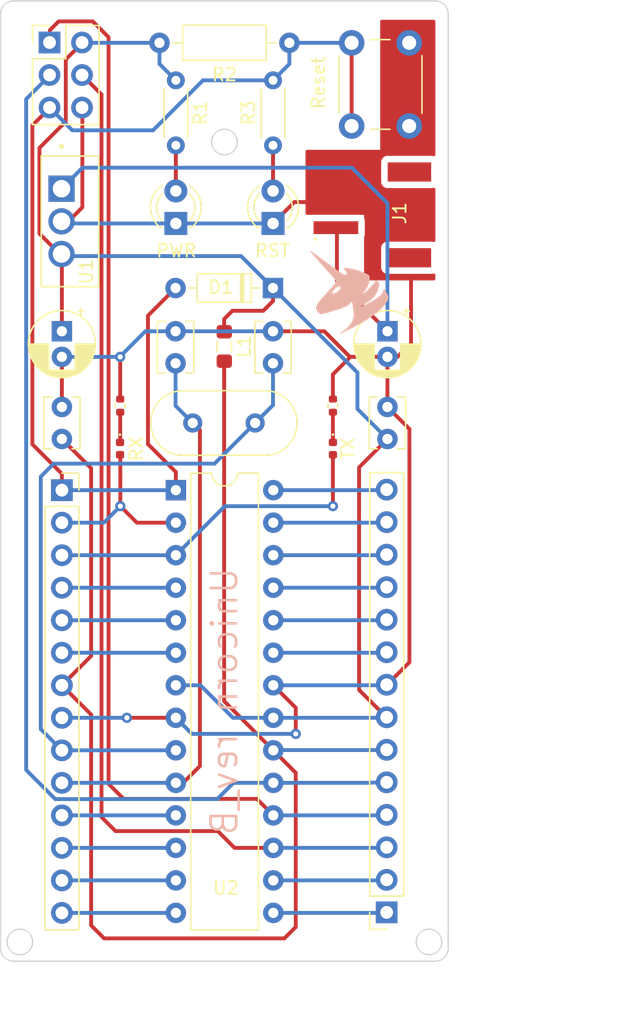
<source format=kicad_pcb>
(kicad_pcb (version 20221018) (generator pcbnew)
  (title_block (title "Unicorn") (date "2023-12-28") (rev "B") (comment 1 "Author: Simone Girardi"))
  (layers (0 "F.Cu" signal) (31 "B.Cu" signal) (34 "B.Paste" user) (35 "F.Paste" user) (36 "B.SilkS" user "B.Silkscreen") (37 "F.SilkS" user "F.Silkscreen") (38 "B.Mask" user) (39 "F.Mask" user) (44 "Edge.Cuts" user))
  (net 0 "")
  (net 1 "Net-(D1-K)")
  (net 2 "GND")
  (net 3 "Net-(D1-A)")
  (net 4 "Net-(J1-Pin_1)")
  (net 5 "Net-(J2-Pin_4)")
  (net 6 "Net-(J2-Pin_3)")
  (net 7 "Net-(LED1-A)")
  (net 8 "Net-(LED2-A)")
  (net 9 "Net-(LED3-K)")
  (net 10 "Net-(LED4-K)")
  (net 11 "Net-(J3-Pin_9)")
  (net 12 "Net-(J3-Pin_10)")
  (net 13 "Net-(J3-Pin_7)")
  (net 14 "Net-(J2-Pin_1)")
  (net 15 "Net-(J3-Pin_2)")
  (net 16 "Net-(J3-Pin_3)")
  (net 17 "Net-(J3-Pin_4)")
  (net 18 "Net-(J3-Pin_5)")
  (net 19 "Net-(J3-Pin_6)")
  (net 20 "Net-(J3-Pin_11)")
  (net 21 "Net-(J3-Pin_12)")
  (net 22 "Net-(J3-Pin_13)")
  (net 23 "Net-(J3-Pin_14)")
  (net 24 "Net-(J4-Pin_1)")
  (net 25 "Net-(J4-Pin_2)")
  (net 26 "Net-(J4-Pin_9)")
  (net 27 "Net-(J4-Pin_10)")
  (net 28 "Net-(J4-Pin_11)")
  (net 29 "Net-(J4-Pin_12)")
  (net 30 "Net-(J4-Pin_13)")
  (net 31 "Net-(J4-Pin_14)")
  (footprint "LED_SMD:LED_0402_1005Metric" (layer "F.Cu") (at 150.735 94.961 -90)
    (fp_text reference "LED3" hide)
    (fp_text value "TX" (at 0 -1.157 90) (layer "F.SilkS"))
    (pad "1" smd roundrect (at -0.485 0 270) (size 0.59 0.64) (layers "F.Cu" "F.Paste" "F.Mask") (net 9 "Net-(LED3-K)"))
    (pad "2" smd roundrect (at 0.485 0 270) (size 0.59 0.64) (layers "F.Cu" "F.Paste" "F.Mask") (net 16 "Net-(J3-Pin_3)"))
  )
  (footprint "Resistor_SMD:R_0402_1005Metric" (layer "F.Cu") (at 150.735 91.61 90)
    (fp_text reference "R4" hide)
    (fp_text value "RB")
    (pad "1" smd roundrect (at -0.51 0 90) (size 0.54 0.64) (layers "F.Cu" "F.Paste" "F.Mask") (net 9 "Net-(LED3-K)"))
    (pad "2" smd roundrect (at 0.51 0 90) (size 0.54 0.64) (layers "F.Cu" "F.Paste" "F.Mask") (net 2 "GND"))
  )
  (footprint "LED_THT:LED_D3.0mm" (layer "F.Cu") (at 138.4525 77.38 90)
    (fp_text reference "LED1" hide)
    (fp_text value "PWR" (at -2.12 0.0475 180) (layer "F.SilkS"))
    (pad "1" thru_hole rect (at 0 0 90) (size 1.8 1.8) (drill 0.9) (layers "*.Cu" "*.Mask") (net 2 "GND"))
    (pad "2" thru_hole circle (at 2.54 0 90) (size 1.8 1.8) (drill 0.9) (layers "*.Cu" "*.Mask") (net 7 "Net-(LED1-A)"))
  )
  (footprint "LED_THT:LED_D3.0mm" (layer "F.Cu") (at 146.0525 77.38 90)
    (fp_text reference "LED2" hide)
    (fp_text value "RST" (at -2.12 -0.0525 180) (layer "F.SilkS"))
    (pad "1" thru_hole rect (at 0 0 90) (size 1.8 1.8) (drill 0.9) (layers "*.Cu" "*.Mask") (net 2 "GND"))
    (pad "2" thru_hole circle (at 2.54 0 90) (size 1.8 1.8) (drill 0.9) (layers "*.Cu" "*.Mask") (net 8 "Net-(LED2-A)"))
  )
  (footprint "Package_DIP:DIP-28_W7.62mm" (layer "F.Cu") (at 138.4525 98.2125)
    (fp_text reference "U2" (at 3.9145 31.0735) (layer "F.SilkS"))
    (fp_text value "ATmega328-P")
    (pad "1" thru_hole rect (at 0 0) (size 1.6 1.6) (drill 0.8) (layers "*.Cu" "*.Mask") (net 3 "Net-(D1-A)"))
    (pad "2" thru_hole oval (at 0 2.54) (size 1.6 1.6) (drill 0.8) (layers "*.Cu" "*.Mask") (net 15 "Net-(J3-Pin_2)"))
    (pad "3" thru_hole oval (at 0 5.08) (size 1.6 1.6) (drill 0.8) (layers "*.Cu" "*.Mask") (net 16 "Net-(J3-Pin_3)"))
    (pad "4" thru_hole oval (at 0 7.62) (size 1.6 1.6) (drill 0.8) (layers "*.Cu" "*.Mask") (net 17 "Net-(J3-Pin_4)"))
    (pad "5" thru_hole oval (at 0 10.16) (size 1.6 1.6) (drill 0.8) (layers "*.Cu" "*.Mask") (net 18 "Net-(J3-Pin_5)"))
    (pad "6" thru_hole oval (at 0 12.7) (size 1.6 1.6) (drill 0.8) (layers "*.Cu" "*.Mask") (net 19 "Net-(J3-Pin_6)"))
    (pad "7" thru_hole oval (at 0 15.24) (size 1.6 1.6) (drill 0.8) (layers "*.Cu" "*.Mask") (net 1 "Net-(D1-K)"))
    (pad "8" thru_hole oval (at 0 17.78) (size 1.6 1.6) (drill 0.8) (layers "*.Cu" "*.Mask") (net 2 "GND"))
    (pad "9" thru_hole oval (at 0 20.32) (size 1.6 1.6) (drill 0.8) (layers "*.Cu" "*.Mask") (net 11 "Net-(J3-Pin_9)"))
    (pad "10" thru_hole oval (at 0 22.86) (size 1.6 1.6) (drill 0.8) (layers "*.Cu" "*.Mask") (net 12 "Net-(J3-Pin_10)"))
    (pad "11" thru_hole oval (at 0 25.4) (size 1.6 1.6) (drill 0.8) (layers "*.Cu" "*.Mask") (net 20 "Net-(J3-Pin_11)"))
    (pad "12" thru_hole oval (at 0 27.94) (size 1.6 1.6) (drill 0.8) (layers "*.Cu" "*.Mask") (net 21 "Net-(J3-Pin_12)"))
    (pad "13" thru_hole oval (at 0 30.48) (size 1.6 1.6) (drill 0.8) (layers "*.Cu" "*.Mask") (net 22 "Net-(J3-Pin_13)"))
    (pad "14" thru_hole oval (at 0 33.02) (size 1.6 1.6) (drill 0.8) (layers "*.Cu" "*.Mask") (net 23 "Net-(J3-Pin_14)"))
    (pad "15" thru_hole oval (at 7.62 33.02) (size 1.6 1.6) (drill 0.8) (layers "*.Cu" "*.Mask") (net 24 "Net-(J4-Pin_1)"))
    (pad "16" thru_hole oval (at 7.62 30.48) (size 1.6 1.6) (drill 0.8) (layers "*.Cu" "*.Mask") (net 25 "Net-(J4-Pin_2)"))
    (pad "17" thru_hole oval (at 7.62 27.94) (size 1.6 1.6) (drill 0.8) (layers "*.Cu" "*.Mask") (net 5 "Net-(J2-Pin_4)"))
    (pad "18" thru_hole oval (at 7.62 25.4) (size 1.6 1.6) (drill 0.8) (layers "*.Cu" "*.Mask") (net 14 "Net-(J2-Pin_1)"))
    (pad "19" thru_hole oval (at 7.62 22.86) (size 1.6 1.6) (drill 0.8) (layers "*.Cu" "*.Mask") (net 6 "Net-(J2-Pin_3)"))
    (pad "20" thru_hole oval (at 7.62 20.32) (size 1.6 1.6) (drill 0.8) (layers "*.Cu" "*.Mask") (net 13 "Net-(J3-Pin_7)"))
    (pad "21" thru_hole oval (at 7.62 17.78) (size 1.6 1.6) (drill 0.8) (layers "*.Cu" "*.Mask") (net 1 "Net-(D1-K)"))
    (pad "22" thru_hole oval (at 7.62 15.24) (size 1.6 1.6) (drill 0.8) (layers "*.Cu" "*.Mask") (net 2 "GND"))
    (pad "23" thru_hole oval (at 7.62 12.7) (size 1.6 1.6) (drill 0.8) (layers "*.Cu" "*.Mask") (net 26 "Net-(J4-Pin_9)"))
    (pad "24" thru_hole oval (at 7.62 10.16) (size 1.6 1.6) (drill 0.8) (layers "*.Cu" "*.Mask") (net 27 "Net-(J4-Pin_10)"))
    (pad "25" thru_hole oval (at 7.62 7.62) (size 1.6 1.6) (drill 0.8) (layers "*.Cu" "*.Mask") (net 28 "Net-(J4-Pin_11)"))
    (pad "26" thru_hole oval (at 7.62 5.08) (size 1.6 1.6) (drill 0.8) (layers "*.Cu" "*.Mask") (net 29 "Net-(J4-Pin_12)"))
    (pad "27" thru_hole oval (at 7.62 2.54) (size 1.6 1.6) (drill 0.8) (layers "*.Cu" "*.Mask") (net 30 "Net-(J4-Pin_13)"))
    (pad "28" thru_hole oval (at 7.62 0) (size 1.6 1.6) (drill 0.8) (layers "*.Cu" "*.Mask") (net 31 "Net-(J4-Pin_14)"))
  )
  (footprint "Capacitor_THT:C_Disc_D3.8mm_W2.6mm_P2.50mm" (layer "F.Cu") (at 138.43 85.8 -90)
    (fp_text reference "C5" hide)
    (fp_text value "22pF")
    (pad "1" thru_hole circle (at 0 0 270) (size 1.6 1.6) (drill 0.8) (layers "*.Cu" "*.Mask") (net 2 "GND"))
    (pad "2" thru_hole circle (at 2.5 0 270) (size 1.6 1.6) (drill 0.8) (layers "*.Cu" "*.Mask") (net 12 "Net-(J3-Pin_10)"))
  )
  (footprint "Resistor_THT:R_Axial_DIN0207_L6.3mm_D2.5mm_P10.16mm_Horizontal" (layer "F.Cu") (at 137.1725 63.27)
    (fp_text reference "R2" (at 5.08 2.48) (layer "F.SilkS"))
    (fp_text value "10K")
    (pad "1" thru_hole circle (at 0 0) (size 1.6 1.6) (drill 0.8) (layers "*.Cu" "*.Mask") (net 1 "Net-(D1-K)"))
    (pad "2" thru_hole oval (at 10.16 0) (size 1.6 1.6) (drill 0.8) (layers "*.Cu" "*.Mask") (net 3 "Net-(D1-A)"))
  )
  (footprint "Resistor_SMD:R_0402_1005Metric" (layer "F.Cu") (at 134.1 91.61 90)
    (fp_text reference "R5" hide)
    (fp_text value "RG")
    (pad "1" smd roundrect (at -0.51 0 90) (size 0.54 0.64) (layers "F.Cu" "F.Paste" "F.Mask") (net 10 "Net-(LED4-K)"))
    (pad "2" smd roundrect (at 0.51 0 90) (size 0.54 0.64) (layers "F.Cu" "F.Paste" "F.Mask") (net 2 "GND"))
  )
  (footprint "Resistor_THT:R_Axial_DIN0204_L3.6mm_D1.6mm_P5.08mm_Horizontal" (layer "F.Cu") (at 138.4525 66.2 -90)
    (fp_text reference "R1" (at 2.54 -1.92 90) (layer "F.SilkS"))
    (fp_text value "330")
    (pad "1" thru_hole circle (at 0 0 270) (size 1.4 1.4) (drill 0.7) (layers "*.Cu" "*.Mask") (net 1 "Net-(D1-K)"))
    (pad "2" thru_hole oval (at 5.08 0 270) (size 1.4 1.4) (drill 0.7) (layers "*.Cu" "*.Mask") (net 7 "Net-(LED1-A)"))
  )
  (footprint "Capacitor_THT:C_Disc_D3.8mm_W2.6mm_P2.50mm" (layer "F.Cu") (at 146.05 88.3 90)
    (fp_text reference "C4" hide)
    (fp_text value "22pF")
    (pad "1" thru_hole circle (at 0 0 90) (size 1.6 1.6) (drill 0.8) (layers "*.Cu" "*.Mask") (net 11 "Net-(J3-Pin_9)"))
    (pad "2" thru_hole circle (at 2.5 0 90) (size 1.6 1.6) (drill 0.8) (layers "*.Cu" "*.Mask") (net 2 "GND"))
  )
  (footprint "JST_S2B-PH-SM4-TB:JST_S2B-PH-SM4-TB" (layer "F.Cu") (at 150.968 76.708 -90)
    (fp_text reference "J1" (at -0.127 -4.988 90) (layer "F.SilkS") (effects (font (size 1.001386 1.001386))))
    (fp_text value "Conn_01x02")
    (pad "1" smd rect (at 1 0 270) (size 1 3.5) (layers "F.Cu" "F.Paste" "F.Mask") (net 4 "Net-(J1-Pin_1)"))
    (pad "2" smd rect (at -1 0 270) (size 1 3.5) (layers "F.Cu" "F.Paste" "F.Mask") (net 2 "GND"))
    (pad "P1" smd rect (at 3.35 -5.75 270) (size 1.5 3.4) (layers "F.Cu" "F.Paste" "F.Mask"))
    (pad "P2" smd rect (at -3.35 -5.75 270) (size 1.5 3.4) (layers "F.Cu" "F.Paste" "F.Mask"))
  )
  (footprint "Connector_PinHeader_2.54mm:PinHeader_2x03_P2.54mm_Vertical" (layer "F.Cu") (at 128.5748 63.246)
    (fp_text reference "J2" hide)
    (fp_text value "SPI" hide)
    (pad "1" thru_hole rect (at 0 0) (size 1.7 1.7) (drill 1) (layers "*.Cu" "*.Mask") (net 14 "Net-(J2-Pin_1)"))
    (pad "2" thru_hole oval (at 2.54 0) (size 1.7 1.7) (drill 1) (layers "*.Cu" "*.Mask") (net 1 "Net-(D1-K)"))
    (pad "3" thru_hole oval (at 0 2.54) (size 1.7 1.7) (drill 1) (layers "*.Cu" "*.Mask") (net 6 "Net-(J2-Pin_3)"))
    (pad "4" thru_hole oval (at 2.54 2.54) (size 1.7 1.7) (drill 1) (layers "*.Cu" "*.Mask") (net 5 "Net-(J2-Pin_4)"))
    (pad "5" thru_hole oval (at 0 5.08) (size 1.7 1.7) (drill 1) (layers "*.Cu" "*.Mask") (net 3 "Net-(D1-A)"))
    (pad "6" thru_hole oval (at 2.54 5.08) (size 1.7 1.7) (drill 1) (layers "*.Cu" "*.Mask") (net 2 "GND"))
  )
  (footprint "Button_Switch_THT:SW_PUSH_6mm" (layer "F.Cu") (at 152.2 69.77 90)
    (fp_text reference "RST1" hide)
    (fp_text value "Reset" (at 3.37 -2.6 270) (layer "F.SilkS"))
    (pad "1" thru_hole circle (at 0 0 180) (size 2 2) (drill 1.1) (layers "*.Cu" "*.Mask") (net 3 "Net-(D1-A)"))
    (pad "1" thru_hole circle (at 6.5 0 180) (size 2 2) (drill 1.1) (layers "*.Cu" "*.Mask") (net 3 "Net-(D1-A)"))
    (pad "2" thru_hole circle (at 0 4.5 180) (size 2 2) (drill 1.1) (layers "*.Cu" "*.Mask") (net 2 "GND"))
    (pad "2" thru_hole circle (at 6.5 4.5 180) (size 2 2) (drill 1.1) (layers "*.Cu" "*.Mask") (net 2 "GND"))
  )
  (footprint "LED_SMD:LED_0402_1005Metric" (layer "F.Cu") (at 134.086 94.961 -90)
    (fp_text reference "LED4" hide)
    (fp_text value "RX" (at 0.023 -1.268 90) (layer "F.SilkS"))
    (pad "1" smd roundrect (at -0.485 0 270) (size 0.59 0.64) (layers "F.Cu" "F.Paste" "F.Mask") (net 10 "Net-(LED4-K)"))
    (pad "2" smd roundrect (at 0.485 0 270) (size 0.59 0.64) (layers "F.Cu" "F.Paste" "F.Mask") (net 15 "Net-(J3-Pin_2)"))
  )
  (footprint "Capacitor_THT:C_Disc_D3.8mm_W2.6mm_P2.50mm" (layer "F.Cu") (at 155 94.214 90)
    (fp_text reference "C3" hide)
    (fp_text value "100nF")
    (pad "1" thru_hole circle (at 0 0 90) (size 1.6 1.6) (drill 0.8) (layers "*.Cu" "*.Mask") (net 1 "Net-(D1-K)"))
    (pad "2" thru_hole circle (at 2.5 0 90) (size 1.6 1.6) (drill 0.8) (layers "*.Cu" "*.Mask") (net 2 "GND"))
  )
  (footprint "Inductor_SMD:L_0805_2012Metric_Pad1.05x1.20mm_HandSolder" (layer "F.Cu") (at 142.24 86.988 -90)
    (fp_text reference "L1" (at 0 -1.55 90) (layer "F.SilkS"))
    (fp_text value "10uH")
    (pad "1" smd roundrect (at -1.15 0 270) (size 1.05 1.2) (layers "F.Cu" "F.Paste" "F.Mask") (roundrect_rratio 0.2380952381) (net 1 "Net-(D1-K)"))
    (pad "2" smd roundrect (at 1.15 0 270) (size 1.05 1.2) (layers "F.Cu" "F.Paste" "F.Mask") (roundrect_rratio 0.2380952381) (net 13 "Net-(J3-Pin_7)"))
  )
  (footprint "Connector_PinSocket_2.54mm:PinSocket_1x14_P2.54mm_Vertical" (layer "F.Cu") (at 154.94 131.191 180)
    (fp_text reference "J4" hide)
    (fp_text value "Conn_01x14_Female")
    (pad "1" thru_hole rect (at 0 0 180) (size 1.7 1.7) (drill 1) (layers "*.Cu" "*.Mask") (net 24 "Net-(J4-Pin_1)"))
    (pad "2" thru_hole oval (at 0 2.54 180) (size 1.7 1.7) (drill 1) (layers "*.Cu" "*.Mask") (net 25 "Net-(J4-Pin_2)"))
    (pad "3" thru_hole oval (at 0 5.08 180) (size 1.7 1.7) (drill 1) (layers "*.Cu" "*.Mask") (net 5 "Net-(J2-Pin_4)"))
    (pad "4" thru_hole oval (at 0 7.62 180) (size 1.7 1.7) (drill 1) (layers "*.Cu" "*.Mask") (net 14 "Net-(J2-Pin_1)"))
    (pad "5" thru_hole oval (at 0 10.16 180) (size 1.7 1.7) (drill 1) (layers "*.Cu" "*.Mask") (net 6 "Net-(J2-Pin_3)"))
    (pad "6" thru_hole oval (at 0 12.7 180) (size 1.7 1.7) (drill 1) (layers "*.Cu" "*.Mask") (net 13 "Net-(J3-Pin_7)"))
    (pad "7" thru_hole oval (at 0 15.24 180) (size 1.7 1.7) (drill 1) (layers "*.Cu" "*.Mask") (net 1 "Net-(D1-K)"))
    (pad "8" thru_hole oval (at 0 17.78 180) (size 1.7 1.7) (drill 1) (layers "*.Cu" "*.Mask") (net 2 "GND"))
    (pad "9" thru_hole oval (at 0 20.32 180) (size 1.7 1.7) (drill 1) (layers "*.Cu" "*.Mask") (net 26 "Net-(J4-Pin_9)"))
    (pad "10" thru_hole oval (at 0 22.86 180) (size 1.7 1.7) (drill 1) (layers "*.Cu" "*.Mask") (net 27 "Net-(J4-Pin_10)"))
    (pad "11" thru_hole oval (at 0 25.4 180) (size 1.7 1.7) (drill 1) (layers "*.Cu" "*.Mask") (net 28 "Net-(J4-Pin_11)"))
    (pad "12" thru_hole oval (at 0 27.94 180) (size 1.7 1.7) (drill 1) (layers "*.Cu" "*.Mask") (net 29 "Net-(J4-Pin_12)"))
    (pad "13" thru_hole oval (at 0 30.48 180) (size 1.7 1.7) (drill 1) (layers "*.Cu" "*.Mask") (net 30 "Net-(J4-Pin_13)"))
    (pad "14" thru_hole oval (at 0 33.02 180) (size 1.7 1.7) (drill 1) (layers "*.Cu" "*.Mask") (net 31 "Net-(J4-Pin_14)"))
  )
  (footprint "Connector_PinSocket_2.54mm:PinSocket_1x14_P2.54mm_Vertical" (layer "F.Cu") (at 129.54 98.2125)
    (fp_text reference "J3" hide)
    (fp_text value "Conn_01x14_Female")
    (pad "1" thru_hole rect (at 0 0) (size 1.7 1.7) (drill 1) (layers "*.Cu" "*.Mask") (net 3 "Net-(D1-A)"))
    (pad "2" thru_hole oval (at 0 2.54) (size 1.7 1.7) (drill 1) (layers "*.Cu" "*.Mask") (net 15 "Net-(J3-Pin_2)"))
    (pad "3" thru_hole oval (at 0 5.08) (size 1.7 1.7) (drill 1) (layers "*.Cu" "*.Mask") (net 16 "Net-(J3-Pin_3)"))
    (pad "4" thru_hole oval (at 0 7.62) (size 1.7 1.7) (drill 1) (layers "*.Cu" "*.Mask") (net 17 "Net-(J3-Pin_4)"))
    (pad "5" thru_hole oval (at 0 10.16) (size 1.7 1.7) (drill 1) (layers "*.Cu" "*.Mask") (net 18 "Net-(J3-Pin_5)"))
    (pad "6" thru_hole oval (at 0 12.7) (size 1.7 1.7) (drill 1) (layers "*.Cu" "*.Mask") (net 19 "Net-(J3-Pin_6)"))
    (pad "7" thru_hole oval (at 0 15.24) (size 1.7 1.7) (drill 1) (layers "*.Cu" "*.Mask") (net 13 "Net-(J3-Pin_7)"))
    (pad "8" thru_hole oval (at 0 17.78) (size 1.7 1.7) (drill 1) (layers "*.Cu" "*.Mask") (net 2 "GND"))
    (pad "9" thru_hole oval (at 0 20.32) (size 1.7 1.7) (drill 1) (layers "*.Cu" "*.Mask") (net 11 "Net-(J3-Pin_9)"))
    (pad "10" thru_hole oval (at 0 22.86) (size 1.7 1.7) (drill 1) (layers "*.Cu" "*.Mask") (net 12 "Net-(J3-Pin_10)"))
    (pad "11" thru_hole oval (at 0 25.4) (size 1.7 1.7) (drill 1) (layers "*.Cu" "*.Mask") (net 20 "Net-(J3-Pin_11)"))
    (pad "12" thru_hole oval (at 0 27.94) (size 1.7 1.7) (drill 1) (layers "*.Cu" "*.Mask") (net 21 "Net-(J3-Pin_12)"))
    (pad "13" thru_hole oval (at 0 30.48) (size 1.7 1.7) (drill 1) (layers "*.Cu" "*.Mask") (net 22 "Net-(J3-Pin_13)"))
    (pad "14" thru_hole oval (at 0 33.02) (size 1.7 1.7) (drill 1) (layers "*.Cu" "*.Mask") (net 23 "Net-(J3-Pin_14)"))
  )
  (footprint "Capacitor_THT:C_Disc_D3.8mm_W2.6mm_P2.50mm" (layer "F.Cu") (at 129.54 91.714 -90)
    (fp_text reference "C6" hide)
    (fp_text value "100nF")
    (pad "1" thru_hole circle (at 0 0 270) (size 1.6 1.6) (drill 0.8) (layers "*.Cu" "*.Mask") (net 2 "GND"))
    (pad "2" thru_hole circle (at 2.5 0 270) (size 1.6 1.6) (drill 0.8) (layers "*.Cu" "*.Mask") (net 13 "Net-(J3-Pin_7)"))
  )
  (footprint "L7805:TO255P1020X450X2000-3" (layer "F.Cu") (at 130.175 77.216 -90)
    (fp_text reference "U1" (at 3.937 -1.27 90) (layer "F.SilkS"))
    (fp_text value "L7805")
    (pad "1" thru_hole rect (at -2.55 0.6625 270) (size 2.055 2.055) (drill 1.37) (layers "*.Cu" "*.Mask") (net 4 "Net-(J1-Pin_1)"))
    (pad "2" thru_hole circle (at 0 0.6625 270) (size 2.055 2.055) (drill 1.37) (layers "*.Cu" "*.Mask") (net 2 "GND"))
    (pad "3" thru_hole circle (at 2.55 0.6625 270) (size 2.055 2.055) (drill 1.37) (layers "*.Cu" "*.Mask") (net 1 "Net-(D1-K)"))
  )
  (footprint "Resistor_THT:R_Axial_DIN0204_L3.6mm_D1.6mm_P5.08mm_Horizontal" (layer "F.Cu") (at 146.0525 71.28 90)
    (fp_text reference "R3" (at 2.54 -1.92 90) (layer "F.SilkS"))
    (fp_text value "330")
    (pad "1" thru_hole circle (at 0 0 90) (size 1.4 1.4) (drill 0.7) (layers "*.Cu" "*.Mask") (net 8 "Net-(LED2-A)"))
    (pad "2" thru_hole oval (at 5.08 0 90) (size 1.4 1.4) (drill 0.7) (layers "*.Cu" "*.Mask") (net 3 "Net-(D1-A)"))
  )
  (footprint "Diode_THT:D_DO-35_SOD27_P7.62mm_Horizontal" (layer "F.Cu") (at 146.05 82.423 180)
    (fp_text reference "D1" (at 4.0765 0.06) (layer "F.SilkS"))
    (fp_text value "1N4148")
    (pad "1" thru_hole rect (at 0 0 180) (size 1.6 1.6) (drill 0.8) (layers "*.Cu" "*.Mask") (net 1 "Net-(D1-K)"))
    (pad "2" thru_hole oval (at 7.62 0 180) (size 1.6 1.6) (drill 0.8) (layers "*.Cu" "*.Mask") (net 3 "Net-(D1-A)"))
  )
  (footprint "Capacitor_THT:CP_Radial_D5.0mm_P2.00mm" (layer "F.Cu") (at 129.54 85.8 -90)
    (fp_text reference "C2" hide)
    (fp_text value "10uF")
    (pad "1" thru_hole rect (at 0 0 270) (size 1.6 1.6) (drill 0.8) (layers "*.Cu" "*.Mask") (net 1 "Net-(D1-K)"))
    (pad "2" thru_hole circle (at 2 0 270) (size 1.6 1.6) (drill 0.8) (layers "*.Cu" "*.Mask") (net 2 "GND"))
  )
  (footprint "Crystal:Crystal_HC49-4H_Vertical" (layer "F.Cu") (at 144.653 92.964 180)
    (fp_text reference "Crystal1" hide)
    (fp_text value "16MHz")
    (pad "1" thru_hole circle (at 0 0 180) (size 1.5 1.5) (drill 0.8) (layers "*.Cu" "*.Mask") (net 11 "Net-(J3-Pin_9)"))
    (pad "2" thru_hole circle (at 4.88 0 180) (size 1.5 1.5) (drill 0.8) (layers "*.Cu" "*.Mask") (net 12 "Net-(J3-Pin_10)"))
  )
  (footprint "logos:silk_logo" (layer "F.Cu") (at 151.943981 83.163551)
    (fp_text reference "G***" hide)
    (fp_text value "LOGO" hide)
  )
  (footprint "Capacitor_THT:CP_Radial_D5.0mm_P2.00mm" (layer "F.Cu") (at 155 85.8 -90)
    (fp_text reference "C1" hide)
    (fp_text value "100uF")
    (pad "1" thru_hole rect (at 0 0 270) (size 1.6 1.6) (drill 0.8) (layers "*.Cu" "*.Mask") (net 4 "Net-(J1-Pin_1)"))
    (pad "2" thru_hole circle (at 2 0 270) (size 1.6 1.6) (drill 0.8) (layers "*.Cu" "*.Mask") (net 2 "GND"))
  )
  (gr_line (start 159.75 134) (end 159.75 61) (stroke (width 0.1)) (layer "Edge.Cuts"))
  (gr_circle (center 158.2479 133.5) (end 159.2479 133.5) (stroke (width 0.1)) (fill none) (layer "Edge.Cuts"))
  (gr_circle (center 142.2525 71.0184) (end 143.2525 71.0184) (stroke (width 0.1)) (fill none) (layer "Edge.Cuts"))
  (gr_line (start 124.75 61) (end 124.75 134) (stroke (width 0.1)) (layer "Edge.Cuts"))
  (gr_arc (start 158.7525 60) (mid 159.457989 60.293777) (end 159.75 61) (stroke (width 0.1)) (layer "Edge.Cuts"))
  (gr_line (start 158.7525 60) (end 125.7525 60) (stroke (width 0.1)) (layer "Edge.Cuts"))
  (gr_line (start 125.812893 135) (end 158.812893 135) (stroke (width 0.1)) (layer "Edge.Cuts"))
  (gr_arc (start 124.75 61) (mid 125.043777 60.292008) (end 125.7525 60) (stroke (width 0.1)) (layer "Edge.Cuts"))
  (gr_arc (start 125.812893 135) (mid 125.065355 134.729682) (end 124.75 134) (stroke (width 0.1)) (layer "Edge.Cuts"))
  (gr_arc (start 159.75 134) (mid 159.479108 134.68523) (end 158.812893 135) (stroke (width 0.1)) (layer "Edge.Cuts"))
  (gr_circle (center 126.2519 133.5) (end 127.2519 133.5) (stroke (width 0.1)) (fill none) (layer "Edge.Cuts"))
  (gr_text "Unicorn rev_B" (at 142.2525 114.7125 90) (layer "B.SilkS") (effects (font (size 2 2) (thickness 0.2)) (justify mirror)))
  (segment (start 129.54 79.93) (end 129.54 85.8) (width 0.3) (layer "F.Cu") (net 1))
  (segment (start 129.8448 69.4182) (end 129.8448 64.5672) (width 0.3) (layer "F.Cu") (net 1))
  (segment (start 127.785 71.478) (end 129.8448 69.4182) (width 0.3) (layer "F.Cu") (net 1))
  (segment (start 145.288 84.201) (end 146.05 83.439) (width 0.3) (layer "F.Cu") (net 1))
  (segment (start 146.05 83.439) (end 146.05 82.423) (width 0.3) (layer "F.Cu") (net 1))
  (segment (start 127.785 78.175) (end 127.785 71.478) (width 0.3) (layer "F.Cu") (net 1))
  (segment (start 142.2275 85.9) (end 142.2275 84.8485) (width 0.3) (layer "F.Cu") (net 1))
  (segment (start 129.54 79.93) (end 127.785 78.175) (width 0.3) (layer "F.Cu") (net 1))
  (segment (start 142.875 84.201) (end 145.288 84.201) (width 0.3) (layer "F.Cu") (net 1))
  (segment (start 154.94 115.972) (end 154.94 115.9725) (width 0.3) (layer "F.Cu") (net 1))
  (segment (start 129.8448 64.5672) (end 131.142 63.27) (width 0.3) (layer "F.Cu") (net 1))
  (segment (start 155 94.214) (end 152.781 96.433) (width 0.3) (layer "F.Cu") (net 1))
  (segment (start 142.2275 84.8485) (end 142.875 84.201) (width 0.3) (layer "F.Cu") (net 1))
  (segment (start 152.781 113.814) (end 154.94 115.972) (width 0.3) (layer "F.Cu") (net 1))
  (segment (start 152.781 96.433) (end 152.781 113.814) (width 0.3) (layer "F.Cu") (net 1))
  (segment (start 146.072 115.992) (end 146.0725 115.9925) (width 0.3) (layer "B.Cu") (net 1))
  (segment (start 138.452 113.452) (end 138.453 113.452) (width 0.3) (layer "B.Cu") (net 1))
  (segment (start 137.1725 64.92) (end 138.4525 66.2) (width 0.3) (layer "B.Cu") (net 1))
  (segment (start 154.9395 115.972) (end 154.94 115.9725) (width 0.3) (layer "B.Cu") (net 1))
  (segment (start 146.05 82.423) (end 152.654 89.027) (width 0.3) (layer "B.Cu") (net 1))
  (segment (start 152.654 89.027) (end 152.654 91.868) (width 0.3) (layer "B.Cu") (net 1))
  (segment (start 154.9395 115.972) (end 154.94 115.972) (width 0.3) (layer "B.Cu") (net 1))
  (segment (start 142.916 115.992) (end 146.072 115.992) (width 0.3) (layer "B.Cu") (net 1))
  (segment (start 138.453 113.452) (end 140.376 113.452) (width 0.3) (layer "B.Cu") (net 1))
  (segment (start 140.376 113.452) (end 142.916 115.992) (width 0.3) (layer "B.Cu") (net 1))
  (segment (start 154.9205 115.992) (end 154.94 115.9725) (width 0.3) (layer "B.Cu") (net 1))
  (segment (start 152.654 91.868) (end 155 94.214) (width 0.3) (layer "B.Cu") (net 1))
  (segment (start 137.1725 63.27) (end 131.142 63.27) (width 0.3) (layer "B.Cu") (net 1))
  (segment (start 146.072 115.992) (end 154.9205 115.992) (width 0.3) (layer "B.Cu") (net 1))
  (segment (start 143.557 79.93) (end 129.54 79.93) (width 0.3) (layer "B.Cu") (net 1))
  (segment (start 137.1725 63.27) (end 137.1725 64.92) (width 0.3) (layer "B.Cu") (net 1))
  (segment (start 146.05 82.423) (end 143.557 79.93) (width 0.3) (layer "B.Cu") (net 1))
  (segment (start 138.453 113.452) (end 138.4525 113.4525) (width 0.3) (layer "B.Cu") (net 1))
  (segment (start 131.142 76.122) (end 131.142 68.65) (width 0.3) (layer "F.Cu") (net 2))
  (segment (start 134.1 91.1) (end 134.1 87.8) (width 0.3) (layer "F.Cu") (net 2))
  (segment (start 150.735 91.1) (end 150.735 89.168) (width 0.3) (layer "F.Cu") (net 2))
  (segment (start 154.94 113.432) (end 156.718 111.654) (width 0.3) (layer "F.Cu") (net 2))
  (segment (start 155 87.8) (end 155.786 87.8) (width 0.3) (layer "F.Cu") (net 2))
  (segment (start 156.718 93.432) (end 155 91.714) (width 0.3) (layer "F.Cu") (net 2))
  (segment (start 147.828 117.25) (end 147.828 115.208) (width 0.3) (layer "F.Cu") (net 2))
  (segment (start 155 87.8) (end 152.062 87.8) (width 0.3) (layer "F.Cu") (net 2))
  (segment (start 146.0725 113.4525) (end 147.828 115.208) (width 0.3) (layer "F.Cu") (net 2))
  (segment (start 150.062 85.8) (end 146.05 85.8) (width 0.3) (layer "F.Cu") (net 2))
  (segment (start 129.884 77.38) (end 131.142 76.122) (width 0.3) (layer "F.Cu") (net 2))
  (segment (start 147.7235 75.708) (end 146.052 77.3795) (width 0.3) (layer "F.Cu") (net 2))
  (segment (start 129.54 77.38) (end 129.884 77.38) (width 0.3) (layer "F.Cu") (net 2))
  (segment (start 150.735 89.168) (end 152.103 87.8) (width 0.3) (layer "F.Cu") (net 2))
  (segment (start 152.062 87.8) (end 150.062 85.8) (width 0.3) (layer "F.Cu") (net 2))
  (segment (start 156.845 86.741) (end 156.845 81.534) (width 0.3) (layer "F.Cu") (net 2))
  (segment (start 152.103 87.8) (end 155 87.8) (width 0.3) (layer "F.Cu") (net 2))
  (segment (start 155.786 87.8) (end 156.845 86.741) (width 0.3) (layer "F.Cu") (net 2))
  (segment (start 151.049 75.708) (end 147.7235 75.708) (width 0.3) (layer "F.Cu") (net 2))
  (segment (start 138.452 115.992) (end 134.62 115.992) (width 0.3) (layer "F.Cu") (net 2))
  (segment (start 154.94 113.4325) (end 154.94 113.432) (width 0.3) (layer "F.Cu") (net 2))
  (segment (start 138.452 115.992) (end 138.4525 115.9925) (width 0.3) (layer "F.Cu") (net 2))
  (segment (start 156.718 111.654) (end 156.718 93.432) (width 0.3) (layer "F.Cu") (net 2))
  (segment (start 155 87.8) (end 155 91.714) (width 0.3) (layer "F.Cu") (net 2))
  (segment (start 129.54 91.714) (end 129.54 87.8) (width 0.3) (layer "F.Cu") (net 2))
  (via (at 134.62 115.992) (size 0.8) (drill 0.4) (layers "F.Cu" "B.Cu") (net 2))
  (via (at 147.828 117.25) (size 0.8) (drill 0.4) (layers "F.Cu" "B.Cu") (net 2))
  (via (at 134.1 87.8) (size 0.8) (drill 0.4) (layers "F.Cu" "B.Cu") (net 2))
  (segment (start 138.452 115.992) (end 138.4525 115.9925) (width 0.3) (layer "B.Cu") (net 2))
  (segment (start 136.069 85.8) (end 134.1 87.769) (width 0.3) (layer "B.Cu") (net 2))
  (segment (start 138.43 85.8) (end 136.069 85.8) (width 0.3) (layer "B.Cu") (net 2))
  (segment (start 138.43 85.8) (end 146.05 85.8) (width 0.3) (layer "B.Cu") (net 2))
  (segment (start 146.0525 77.38) (end 146.052 77.38) (width 0.3) (layer "B.Cu") (net 2))
  (segment (start 139.71 117.25) (end 147.828 117.25) (width 0.3) (layer "B.Cu") (net 2))
  (segment (start 134.1 87.769) (end 134.1 87.8) (width 0.3) (layer "B.Cu") (net 2))
  (segment (start 146.073 113.452) (end 146.072 113.452) (width 0.3) (layer "B.Cu") (net 2))
  (segment (start 138.4525 115.9925) (end 139.71 117.25) (width 0.3) (layer "B.Cu") (net 2))
  (segment (start 154.94 113.4325) (end 154.9205 113.452) (width 0.3) (layer "B.Cu") (net 2))
  (segment (start 138.4525 77.38) (end 129.54 77.38) (width 0.3) (layer "B.Cu") (net 2))
  (segment (start 129.54 87.8) (end 134.1 87.8) (width 0.3) (layer "B.Cu") (net 2))
  (segment (start 138.4525 77.38) (end 146.052 77.38) (width 0.3) (layer "B.Cu") (net 2))
  (segment (start 134.62 115.992) (end 129.54 115.992) (width 0.3) (layer "B.Cu") (net 2))
  (segment (start 129.54 115.9925) (end 129.54 115.992) (width 0.3) (layer "B.Cu") (net 2))
  (segment (start 154.94 113.4325) (end 154.94 113.432) (width 0.3) (layer "B.Cu") (net 2))
  (segment (start 146.073 113.452) (end 146.0725 113.4525) (width 0.3) (layer "B.Cu") (net 2))
  (segment (start 154.9205 113.452) (end 146.073 113.452) (width 0.3) (layer "B.Cu") (net 2))
  (segment (start 152.2 69.77) (end 152.2 63.27) (width 0.3) (layer "F.Cu") (net 3))
  (segment (start 138.43 82.423) (end 136.271 84.582) (width 0.3) (layer "F.Cu") (net 3))
  (segment (start 136.271 94.615) (end 138.4525 96.7965) (width 0.3) (layer "F.Cu") (net 3))
  (segment (start 127.233 94.6288) (end 127.233 69.719) (width 0.3) (layer "F.Cu") (net 3))
  (segment (start 129.54 98.2125) (end 129.54 96.9356) (width 0.3) (layer "F.Cu") (net 3))
  (segment (start 129.54 96.9356) (end 127.233 94.6288) (width 0.3) (layer "F.Cu") (net 3))
  (segment (start 127.233 69.719) (end 128.602 68.35) (width 0.3) (layer "F.Cu") (net 3))
  (segment (start 136.271 84.582) (end 136.271 94.615) (width 0.3) (layer "F.Cu") (net 3))
  (segment (start 138.4525 96.7965) (end 138.4525 98.2125) (width 0.3) (layer "F.Cu") (net 3))
  (segment (start 136.66975 70.104) (end 140.57375 66.2) (width 0.3) (layer "B.Cu") (net 3))
  (segment (start 152.2 63.27) (end 147.3325 63.27) (width 0.3) (layer "B.Cu") (net 3))
  (segment (start 130.356 70.104) (end 136.66975 70.104) (width 0.3) (layer "B.Cu") (net 3))
  (segment (start 140.57375 66.2) (end 146.0525 66.2) (width 0.3) (layer "B.Cu") (net 3))
  (segment (start 147.332 63.27) (end 147.332 64.92) (width 0.3) (layer "B.Cu") (net 3))
  (segment (start 138.452 98.2125) (end 138.4525 98.2125) (width 0.3) (layer "B.Cu") (net 3))
  (segment (start 128.602 68.35) (end 130.356 70.104) (width 0.3) (layer "B.Cu") (net 3))
  (segment (start 138.452 98.2125) (end 129.54 98.2125) (width 0.3) (layer "B.Cu") (net 3))
  (segment (start 147.332 64.92) (end 146.052 66.1995) (width 0.3) (layer "B.Cu") (net 3))
  (segment (start 147.3325 63.27) (end 147.332 63.27) (width 0.3) (layer "B.Cu") (net 3))
  (segment (start 155 85.8) (end 151.049 81.849) (width 0.3) (layer "F.Cu") (net 4))
  (segment (start 151.049 77.708) (end 151.049 81.849) (width 0.3) (layer "F.Cu") (net 4))
  (segment (start 129.54 74.64) (end 131.155 73.025) (width 0.3) (layer "B.Cu") (net 4))
  (segment (start 155 75.8028) (end 155 85.8) (width 0.3) (layer "B.Cu") (net 4))
  (segment (start 131.155 73.025) (end 152.2222 73.025) (width 0.3) (layer "B.Cu") (net 4))
  (segment (start 152.2222 73.025) (end 155 75.8028) (width 0.3) (layer "B.Cu") (net 4))
  (segment (start 146.0725 126.1525) (end 143.0435 126.1525) (width 0.3) (layer "F.Cu") (net 5))
  (segment (start 143.0435 126.1525) (end 141.732 124.841) (width 0.3) (layer "F.Cu") (net 5))
  (segment (start 133.731 124.841) (end 132.6388 123.7488) (width 0.3) (layer "F.Cu") (net 5))
  (segment (start 141.732 124.841) (end 133.731 124.841) (width 0.3) (layer "F.Cu") (net 5))
  (segment (start 132.6388 67.3068) (end 131.142 65.81) (width 0.3) (layer "F.Cu") (net 5))
  (segment (start 132.6388 123.7488) (end 132.6388 67.3068) (width 0.3) (layer "F.Cu") (net 5))
  (segment (start 146.073 126.152) (end 146.0725 126.1525) (width 0.3) (layer "B.Cu") (net 5))
  (segment (start 154.9205 126.152) (end 146.073 126.152) (width 0.3) (layer "B.Cu") (net 5))
  (segment (start 126.746 67.666) (end 128.602 65.81) (width 0.3) (layer "B.Cu") (net 6))
  (segment (start 146.073 121.072) (end 146.0725 121.072) (width 0.3) (layer "B.Cu") (net 6))
  (segment (start 146.0725 121.072) (end 146.0725 121.0725) (width 0.3) (layer "B.Cu") (net 6))
  (segment (start 146.0725 121.072) (end 142.961 121.072) (width 0.3) (layer "B.Cu") (net 6))
  (segment (start 154.9395 121.052) (end 153.688 121.052) (width 0.3) (layer "B.Cu") (net 6))
  (segment (start 146.0725 121.072) (end 146.072 121.072) (width 0.3) (layer "B.Cu") (net 6))
  (segment (start 142.961 121.072) (end 141.691 122.342) (width 0.3) (layer "B.Cu") (net 6))
  (segment (start 153.688 121.052) (end 153.668 121.072) (width 0.3) (layer "B.Cu") (net 6))
  (segment (start 129.022 122.342) (end 126.746 120.066) (width 0.3) (layer "B.Cu") (net 6))
  (segment (start 154.9395 121.052) (end 154.94 121.0525) (width 0.3) (layer "B.Cu") (net 6))
  (segment (start 146.073 121.072) (end 146.0725 121.072) (width 0.3) (layer "B.Cu") (net 6))
  (segment (start 126.746 120.066) (end 126.746 67.666) (width 0.3) (layer "B.Cu") (net 6))
  (segment (start 154.94 121.052) (end 154.9395 121.052) (width 0.3) (layer "B.Cu") (net 6))
  (segment (start 141.691 122.342) (end 129.022 122.342) (width 0.3) (layer "B.Cu") (net 6))
  (segment (start 153.668 121.072) (end 146.073 121.072) (width 0.3) (layer "B.Cu") (net 6))
  (segment (start 138.452 73.2825) (end 138.452 73.95) (width 0.3) (layer "F.Cu") (net 7))
  (segment (start 138.452 72.2812) (end 138.4525 72.2807) (width 0.3) (layer "F.Cu") (net 7))
  (segment (start 138.452 74.6175) (end 138.452 74.7287) (width 0.3) (layer "F.Cu") (net 7))
  (segment (start 138.452 74.1725) (end 138.452 74.395) (width 0.3) (layer "F.Cu") (net 7))
  (segment (start 138.452 74.5062) (end 138.452 74.5067) (width 0.3) (layer "F.Cu") (net 7))
  (segment (start 138.452 72.2812) (end 138.452 73.2825) (width 0.3) (layer "F.Cu") (net 7))
  (segment (start 138.452 74.1725) (end 138.452 74.395) (width 0.3) (layer "F.Cu") (net 7))
  (segment (start 138.452 74.5067) (end 138.452 74.6175) (width 0.3) (layer "F.Cu") (net 7))
  (segment (start 138.4525 74.7292) (end 138.4525 74.84) (width 0.3) (layer "F.Cu") (net 7))
  (segment (start 138.452 74.5062) (end 138.452 74.5067) (width 0.3) (layer "F.Cu") (net 7))
  (segment (start 138.452 71.28) (end 138.452 72.2812) (width 0.3) (layer "F.Cu") (net 7))
  (segment (start 138.452 74.395) (end 138.452 74.5062) (width 0.3) (layer "F.Cu") (net 7))
  (segment (start 138.452 74.5067) (end 138.452 74.6175) (width 0.3) (layer "F.Cu") (net 7))
  (segment (start 138.452 74.7287) (end 138.452 74.84) (width 0.3) (layer "F.Cu") (net 7))
  (segment (start 138.452 73.2825) (end 138.452 73.95) (width 0.3) (layer "F.Cu") (net 7))
  (segment (start 138.452 74.7287) (end 138.4525 74.7292) (width 0.3) (layer "F.Cu") (net 7))
  (segment (start 138.452 73.95) (end 138.452 74.1725) (width 0.3) (layer "F.Cu") (net 7))
  (segment (start 138.4525 72.2807) (end 138.4525 71.28) (width 0.3) (layer "F.Cu") (net 7))
  (segment (start 146.0525 74.7292) (end 146.0525 74.84) (width 0.3) (layer "F.Cu") (net 8))
  (segment (start 146.052 74.5062) (end 146.052 74.5067) (width 0.3) (layer "F.Cu") (net 8))
  (segment (start 146.052 72.2812) (end 146.0525 72.2807) (width 0.3) (layer "F.Cu") (net 8))
  (segment (start 146.052 73.2825) (end 146.052 73.95) (width 0.3) (layer "F.Cu") (net 8))
  (segment (start 146.052 73.2825) (end 146.052 73.95) (width 0.3) (layer "F.Cu") (net 8))
  (segment (start 146.052 74.5067) (end 146.052 74.6175) (width 0.3) (layer "F.Cu") (net 8))
  (segment (start 146.052 74.6175) (end 146.052 74.7287) (width 0.3) (layer "F.Cu") (net 8))
  (segment (start 146.052 74.395) (end 146.052 74.5062) (width 0.3) (layer "F.Cu") (net 8))
  (segment (start 146.052 74.5062) (end 146.052 74.5067) (width 0.3) (layer "F.Cu") (net 8))
  (segment (start 146.052 74.7287) (end 146.052 74.84) (width 0.3) (layer "F.Cu") (net 8))
  (segment (start 146.052 74.1725) (end 146.052 74.395) (width 0.3) (layer "F.Cu") (net 8))
  (segment (start 146.052 74.1725) (end 146.052 74.395) (width 0.3) (layer "F.Cu") (net 8))
  (segment (start 146.052 73.95) (end 146.052 74.1725) (width 0.3) (layer "F.Cu") (net 8))
  (segment (start 146.0525 72.2807) (end 146.0525 71.28) (width 0.3) (layer "F.Cu") (net 8))
  (segment (start 146.052 72.2812) (end 146.052 73.2825) (width 0.3) (layer "F.Cu") (net 8))
  (segment (start 146.052 74.7287) (end 146.0525 74.7292) (width 0.3) (layer "F.Cu") (net 8))
  (segment (start 146.052 74.5067) (end 146.052 74.6175) (width 0.3) (layer "F.Cu") (net 8))
  (segment (start 146.052 71.28) (end 146.052 72.2812) (width 0.3) (layer "F.Cu") (net 8))
  (segment (start 150.735 92.12) (end 150.735 94.476) (width 0.3) (layer "F.Cu") (net 9))
  (segment (start 150.735 91.9924) (end 150.735 92.12) (width 0.3) (layer "F.Cu") (net 9))
  (segment (start 134.1 92.12) (end 134.1 94.462) (width 0.3) (layer "F.Cu") (net 10))
  (segment (start 134.1 94.462) (end 134.086 94.476) (width 0.3) (layer "F.Cu") (net 10))
  (segment (start 146.05 88.3) (end 146.05 91.567) (width 0.3) (layer "B.Cu") (net 11))
  (segment (start 127.889 116.882) (end 129.54 118.532) (width 0.3) (layer "B.Cu") (net 11))
  (segment (start 144.653 92.964) (end 141.478 96.139) (width 0.3) (layer "B.Cu") (net 11))
  (segment (start 146.05 91.567) (end 144.653 92.964) (width 0.3) (layer "B.Cu") (net 11))
  (segment (start 129.54 118.532) (end 138.452 118.532) (width 0.3) (layer "B.Cu") (net 11))
  (segment (start 141.478 96.139) (end 128.905 96.139) (width 0.3) (layer "B.Cu") (net 11))
  (segment (start 129.54 118.5325) (end 129.54 118.532) (width 0.3) (layer "B.Cu") (net 11))
  (segment (start 127.889 97.155) (end 127.889 116.882) (width 0.3) (layer "B.Cu") (net 11))
  (segment (start 128.905 96.139) (end 127.889 97.155) (width 0.3) (layer "B.Cu") (net 11))
  (segment (start 138.4525 118.5325) (end 138.452 118.532) (width 0.3) (layer "B.Cu") (net 11))
  (segment (start 140.335 93.526) (end 140.335 119.761) (width 0.3) (layer "F.Cu") (net 12))
  (segment (start 139.773 92.964) (end 140.335 93.526) (width 0.3) (layer "F.Cu") (net 12))
  (segment (start 140.335 119.761) (end 139.024 121.072) (width 0.3) (layer "F.Cu") (net 12))
  (segment (start 138.453 121.072) (end 138.4525 121.0725) (width 0.3) (layer "F.Cu") (net 12))
  (segment (start 139.024 121.072) (end 138.453 121.072) (width 0.3) (layer "F.Cu") (net 12))
  (segment (start 138.43 88.3) (end 138.43 91.621) (width 0.3) (layer "B.Cu") (net 12))
  (segment (start 129.5405 121.072) (end 129.54 121.0725) (width 0.3) (layer "B.Cu") (net 12))
  (segment (start 129.5405 121.072) (end 129.54 121.072) (width 0.3) (layer "B.Cu") (net 12))
  (segment (start 138.43 91.621) (end 139.773 92.964) (width 0.3) (layer "B.Cu") (net 12))
  (segment (start 138.452 121.072) (end 129.5405 121.072) (width 0.3) (layer "B.Cu") (net 12))
  (segment (start 138.4525 121.0725) (end 138.452 121.072) (width 0.3) (layer "B.Cu") (net 12))
  (segment (start 142.228 90.1444) (end 142.2275 90.1439) (width 0.3) (layer "F.Cu") (net 13))
  (segment (start 132.842 133.223) (end 146.939 133.223) (width 0.3) (layer "F.Cu") (net 13))
  (segment (start 147.828 132.334) (end 147.828 120.288) (width 0.3) (layer "F.Cu") (net 13))
  (segment (start 131.826 115.7385) (end 131.826 132.207) (width 0.3) (layer "F.Cu") (net 13))
  (segment (start 142.228 114.688) (end 142.228 90.1444) (width 0.3) (layer "F.Cu") (net 13))
  (segment (start 129.54 113.4525) (end 129.54 113.452) (width 0.3) (layer "F.Cu") (net 13))
  (segment (start 146.0725 118.5325) (end 142.228 114.688) (width 0.3) (layer "F.Cu") (net 13))
  (segment (start 131.826 111.166) (end 131.826 96.5) (width 0.3) (layer "F.Cu") (net 13))
  (segment (start 129.54 113.452) (end 131.826 111.166) (width 0.3) (layer "F.Cu") (net 13))
  (segment (start 142.228 88.2) (end 142.228 90.1444) (width 0.3) (layer "F.Cu") (net 13))
  (segment (start 129.54 113.4525) (end 131.826 115.7385) (width 0.3) (layer "F.Cu") (net 13))
  (segment (start 147.828 120.288) (end 146.0725 118.5325) (width 0.3) (layer "F.Cu") (net 13))
  (segment (start 131.826 96.5) (end 129.54 94.214) (width 0.3) (layer "F.Cu") (net 13))
  (segment (start 146.939 133.223) (end 147.828 132.334) (width 0.3) (layer "F.Cu") (net 13))
  (segment (start 131.826 132.207) (end 132.842 133.223) (width 0.3) (layer "F.Cu") (net 13))
  (segment (start 142.2275 90.1439) (end 142.2275 88.2) (width 0.3) (layer "F.Cu") (net 13))
  (segment (start 154.94 118.5125) (end 146.0925 118.5125) (width 0.3) (layer "B.Cu") (net 13))
  (segment (start 146.0925 118.5125) (end 146.0725 118.5325) (width 0.3) (layer "B.Cu") (net 13))
  (segment (start 131.953 61.595) (end 129.286 61.595) (width 0.3) (layer "F.Cu") (net 14))
  (segment (start 144.7864 122.3264) (end 134.366 122.3264) (width 0.3) (layer "F.Cu") (net 14))
  (segment (start 133.1888 121.1492) (end 133.1888 62.8308) (width 0.3) (layer "F.Cu") (net 14))
  (segment (start 133.1888 62.8308) (end 131.953 61.595) (width 0.3) (layer "F.Cu") (net 14))
  (segment (start 134.366 122.3264) (end 133.1888 121.1492) (width 0.3) (layer "F.Cu") (net 14))
  (segment (start 129.286 61.595) (end 128.602 62.279) (width 0.3) (layer "F.Cu") (net 14))
  (segment (start 146.0725 123.6125) (end 146.0915 123.6125) (width 0.3) (layer "F.Cu") (net 14))
  (segment (start 146.0725 123.6125) (end 144.7864 122.3264) (width 0.3) (layer "F.Cu") (net 14))
  (segment (start 128.602 62.279) (end 128.602 63.27) (width 0.3) (layer "F.Cu") (net 14))
  (segment (start 146.0725 123.5935) (end 146.0725 123.6125) (width 0.3) (layer "F.Cu") (net 14))
  (segment (start 146.073 123.612) (end 154.9205 123.612) (width 0.3) (layer "B.Cu") (net 14))
  (segment (start 146.072 123.612) (end 146.073 123.612) (width 0.3) (layer "B.Cu") (net 14))
  (segment (start 146.073 123.612) (end 146.0725 123.6125) (width 0.3) (layer "B.Cu") (net 14))
  (segment (start 134.086 95.446) (end 134.11 95.47) (width 0.3) (layer "F.Cu") (net 15))
  (segment (start 138.4525 100.7525) (end 138.452 100.752) (width 0.3) (layer "F.Cu") (net 15))
  (segment (start 134.11 99.4625) (end 134.112 99.4605) (width 0.3) (layer "F.Cu") (net 15))
  (segment (start 134.114 99.4605) (end 135.406 100.752) (width 0.3) (layer "F.Cu") (net 15))
  (segment (start 135.406 100.752) (end 138.452 100.752) (width 0.3) (layer "F.Cu") (net 15))
  (segment (start 134.112 99.4605) (end 134.114 99.4605) (width 0.3) (layer "F.Cu") (net 15))
  (segment (start 134.11 95.47) (end 134.11 99.4625) (width 0.3) (layer "F.Cu") (net 15))
  (via (at 134.11 99.4625) (size 0.8) (drill 0.4) (layers "F.Cu" "B.Cu") (net 15))
  (segment (start 129.5405 100.752) (end 129.54 100.7525) (width 0.3) (layer "B.Cu") (net 15))
  (segment (start 134.11 99.4625) (end 132.82 100.752) (width 0.3) (layer "B.Cu") (net 15))
  (segment (start 129.5405 100.752) (end 129.54 100.752) (width 0.3) (layer "B.Cu") (net 15))
  (segment (start 132.82 100.752) (end 129.5405 100.752) (width 0.3) (layer "B.Cu") (net 15))
  (segment (start 150.735 95.446) (end 150.735 99.4625) (width 0.3) (layer "F.Cu") (net 16))
  (via (at 150.735 99.4625) (size 0.8) (drill 0.4) (layers "F.Cu" "B.Cu") (net 16))
  (segment (start 129.5405 103.292) (end 129.54 103.2925) (width 0.3) (layer "B.Cu") (net 16))
  (segment (start 142.2825 99.4625) (end 150.735 99.4625) (width 0.3) (layer "B.Cu") (net 16))
  (segment (start 129.5405 103.292) (end 129.54 103.292) (width 0.3) (layer "B.Cu") (net 16))
  (segment (start 138.4525 103.2925) (end 142.2825 99.4625) (width 0.3) (layer "B.Cu") (net 16))
  (segment (start 138.452 103.292) (end 129.5405 103.292) (width 0.3) (layer "B.Cu") (net 16))
  (segment (start 138.4525 105.8325) (end 138.452 105.832) (width 0.3) (layer "B.Cu") (net 17))
  (segment (start 129.5405 105.832) (end 129.54 105.832) (width 0.3) (layer "B.Cu") (net 17))
  (segment (start 129.5405 105.832) (end 129.54 105.8325) (width 0.3) (layer "B.Cu") (net 17))
  (segment (start 138.452 105.832) (end 129.5405 105.832) (width 0.3) (layer "B.Cu") (net 17))
  (segment (start 129.5405 108.372) (end 129.54 108.3725) (width 0.3) (layer "B.Cu") (net 18))
  (segment (start 138.4525 108.3725) (end 138.452 108.372) (width 0.3) (layer "B.Cu") (net 18))
  (segment (start 129.5405 108.372) (end 129.54 108.372) (width 0.3) (layer "B.Cu") (net 18))
  (segment (start 138.452 108.372) (end 129.5405 108.372) (width 0.3) (layer "B.Cu") (net 18))
  (segment (start 129.5405 110.912) (end 129.54 110.912) (width 0.3) (layer "B.Cu") (net 19))
  (segment (start 138.452 110.912) (end 129.5405 110.912) (width 0.3) (layer "B.Cu") (net 19))
  (segment (start 129.5405 110.912) (end 129.54 110.9125) (width 0.3) (layer "B.Cu") (net 19))
  (segment (start 138.4525 110.9125) (end 138.452 110.912) (width 0.3) (layer "B.Cu") (net 19))
  (segment (start 129.5405 123.612) (end 129.54 123.612) (width 0.3) (layer "B.Cu") (net 20))
  (segment (start 129.5405 123.612) (end 129.54 123.6125) (width 0.3) (layer "B.Cu") (net 20))
  (segment (start 138.452 123.612) (end 129.5405 123.612) (width 0.3) (layer "B.Cu") (net 20))
  (segment (start 138.4525 123.6125) (end 138.452 123.612) (width 0.3) (layer "B.Cu") (net 20))
  (segment (start 138.4525 126.1525) (end 138.452 126.152) (width 0.3) (layer "B.Cu") (net 21))
  (segment (start 138.452 126.152) (end 129.5405 126.152) (width 0.3) (layer "B.Cu") (net 21))
  (segment (start 129.5405 126.152) (end 129.54 126.152) (width 0.3) (layer "B.Cu") (net 21))
  (segment (start 129.5405 126.152) (end 129.54 126.1525) (width 0.3) (layer "B.Cu") (net 21))
  (segment (start 138.452 128.692) (end 129.5405 128.692) (width 0.3) (layer "B.Cu") (net 22))
  (segment (start 138.4525 128.6925) (end 138.452 128.692) (width 0.3) (layer "B.Cu") (net 22))
  (segment (start 129.5405 128.692) (end 129.54 128.692) (width 0.3) (layer "B.Cu") (net 22))
  (segment (start 129.5405 128.692) (end 129.54 128.6925) (width 0.3) (layer "B.Cu") (net 22))
  (segment (start 129.5405 131.232) (end 129.54 131.232) (width 0.3) (layer "B.Cu") (net 23))
  (segment (start 129.5405 131.232) (end 129.54 131.2325) (width 0.3) (layer "B.Cu") (net 23))
  (segment (start 138.452 131.232) (end 129.5405 131.232) (width 0.3) (layer "B.Cu") (net 23))
  (segment (start 138.4525 131.2325) (end 138.452 131.232) (width 0.3) (layer "B.Cu") (net 23))
  (segment (start 154.9205 131.232) (end 154.94 131.2125) (width 0.3) (layer "B.Cu") (net 24))
  (segment (start 146.073 131.232) (end 154.9205 131.232) (width 0.3) (layer "B.Cu") (net 24))
  (segment (start 146.072 128.692) (end 146.073 128.692) (width 0.3) (layer "B.Cu") (net 25))
  (segment (start 146.073 128.692) (end 146.0725 128.6925) (width 0.3) (layer "B.Cu") (net 25))
  (segment (start 146.073 128.692) (end 154.9205 128.692) (width 0.3) (layer "B.Cu") (net 25))
  (segment (start 154.9205 110.912) (end 154.94 110.8925) (width 0.3) (layer "B.Cu") (net 26))
  (segment (start 146.073 110.912) (end 154.9205 110.912) (width 0.3) (layer "B.Cu") (net 26))
  (segment (start 154.9205 108.372) (end 154.94 108.3525) (width 0.3) (layer "B.Cu") (net 27))
  (segment (start 146.073 108.372) (end 154.9205 108.372) (width 0.3) (layer "B.Cu") (net 27))
  (segment (start 154.9205 105.832) (end 154.94 105.8125) (width 0.3) (layer "B.Cu") (net 28))
  (segment (start 146.073 105.832) (end 154.9205 105.832) (width 0.3) (layer "B.Cu") (net 28))
  (segment (start 154.9205 103.292) (end 154.94 103.2725) (width 0.3) (layer "B.Cu") (net 29))
  (segment (start 146.073 103.292) (end 154.9205 103.292) (width 0.3) (layer "B.Cu") (net 29))
  (segment (start 146.073 100.752) (end 154.9205 100.752) (width 0.3) (layer "B.Cu") (net 30))
  (segment (start 154.9205 100.752) (end 154.94 100.7325) (width 0.3) (layer "B.Cu") (net 30))
  (segment (start 154.92 98.2125) (end 154.94 98.1925) (width 0.3) (layer "B.Cu") (net 31))
  (segment (start 146.0725 98.2125) (end 154.92 98.2125) (width 0.3) (layer "B.Cu") (net 31))
  (zone (net 2) (net_name "GND") (layer "F.Cu") (name "Ground") (connect_pads yes (clearance 0.508)) (min_thickness 0.25) (fill yes (thermal_gap 0.5) (thermal_bridge_width 0.5))
    (polygon (pts (xy 154.432 61.468) (xy 154.432 71.628) (xy 148.59 71.628) (xy 148.59 76.708) (xy 153.17 76.708) (xy 153.17 81.828) (xy 158.75 81.828) (xy 158.75 61.468)))
  )
)
</source>
